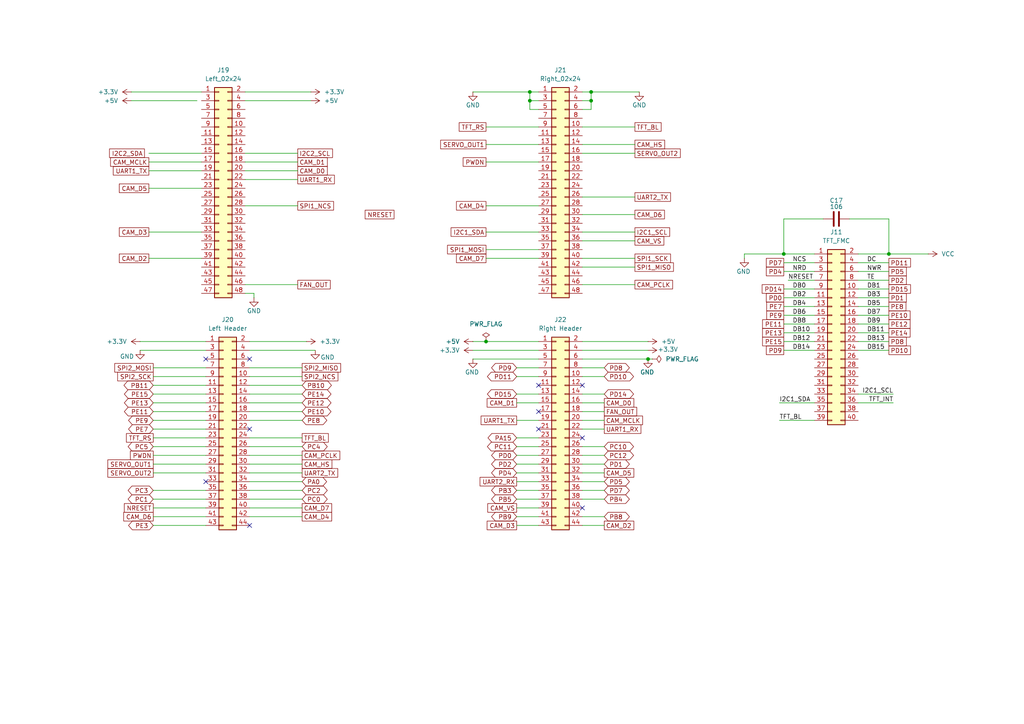
<source format=kicad_sch>
(kicad_sch (version 20250114) (generator "eeschema") (generator_version "9.0")
  (paper "A4")
  (lib_symbols
    (symbol "Connector_Generic:Conn_02x24_Odd_Even" (pin_names (offset 1.016) (hide yes))
      (property "Reference" "J" (at 1.27 30.48 0))
      (property "Value" "Conn_02x24_Odd_Even" (at 1.27 -33.02 0))
      (symbol "Conn_02x24_Odd_Even_1_1"
        (pin passive line (at -5.08 27.94 0) (length 3.81) (name "Pin_1") (number "1"))
        (pin passive line (at -5.08 25.4 0) (length 3.81) (name "Pin_3") (number "3"))
        (pin passive line (at -5.08 22.86 0) (length 3.81) (name "Pin_5") (number "5"))
        (pin passive line (at -5.08 20.32 0) (length 3.81) (name "Pin_7") (number "7"))
        (pin passive line (at -5.08 17.78 0) (length 3.81) (name "Pin_9") (number "9"))
        (pin passive line (at -5.08 15.24 0) (length 3.81) (name "Pin_11") (number "11"))
        (pin passive line (at -5.08 12.7 0) (length 3.81) (name "Pin_13") (number "13"))
        (pin passive line (at -5.08 10.16 0) (length 3.81) (name "Pin_15") (number "15"))
        (pin passive line (at -5.08 7.62 0) (length 3.81) (name "Pin_17") (number "17"))
        (pin passive line (at -5.08 5.08 0) (length 3.81) (name "Pin_19") (number "19"))
        (pin passive line (at -5.08 2.54 0) (length 3.81) (name "Pin_21") (number "21"))
        (pin passive line (at -5.08 0 0) (length 3.81) (name "Pin_23") (number "23"))
        (pin passive line (at -5.08 -2.54 0) (length 3.81) (name "Pin_25") (number "25"))
        (pin passive line (at -5.08 -5.08 0) (length 3.81) (name "Pin_27") (number "27"))
        (pin passive line (at -5.08 -7.62 0) (length 3.81) (name "Pin_29") (number "29"))
        (pin passive line (at -5.08 -10.16 0) (length 3.81) (name "Pin_31") (number "31"))
        (pin passive line (at -5.08 -12.7 0) (length 3.81) (name "Pin_33") (number "33"))
        (pin passive line (at -5.08 -15.24 0) (length 3.81) (name "Pin_35") (number "35"))
        (pin passive line (at -5.08 -17.78 0) (length 3.81) (name "Pin_37") (number "37"))
        (pin passive line (at -5.08 -20.32 0) (length 3.81) (name "Pin_39") (number "39"))
        (pin passive line (at -5.08 -22.86 0) (length 3.81) (name "Pin_41") (number "41"))
        (pin passive line (at -5.08 -25.4 0) (length 3.81) (name "Pin_43") (number "43"))
        (pin passive line (at -5.08 -27.94 0) (length 3.81) (name "Pin_45") (number "45"))
        (pin passive line (at -5.08 -30.48 0) (length 3.81) (name "Pin_47") (number "47"))
        (pin passive line (at 7.62 27.94 180) (length 3.81) (name "Pin_2") (number "2"))
        (pin passive line (at 7.62 25.4 180) (length 3.81) (name "Pin_4") (number "4"))
        (pin passive line (at 7.62 22.86 180) (length 3.81) (name "Pin_6") (number "6"))
        (pin passive line (at 7.62 20.32 180) (length 3.81) (name "Pin_8") (number "8"))
        (pin passive line (at 7.62 17.78 180) (length 3.81) (name "Pin_10") (number "10"))
        (pin passive line (at 7.62 15.24 180) (length 3.81) (name "Pin_12") (number "12"))
        (pin passive line (at 7.62 12.7 180) (length 3.81) (name "Pin_14") (number "14"))
        (pin passive line (at 7.62 10.16 180) (length 3.81) (name "Pin_16") (number "16"))
        (pin passive line (at 7.62 7.62 180) (length 3.81) (name "Pin_18") (number "18"))
        (pin passive line (at 7.62 5.08 180) (length 3.81) (name "Pin_20") (number "20"))
        (pin passive line (at 7.62 2.54 180) (length 3.81) (name "Pin_22") (number "22"))
        (pin passive line (at 7.62 0 180) (length 3.81) (name "Pin_24") (number "24"))
        (pin passive line (at 7.62 -2.54 180) (length 3.81) (name "Pin_26") (number "26"))
        (pin passive line (at 7.62 -5.08 180) (length 3.81) (name "Pin_28") (number "28"))
        (pin passive line (at 7.62 -7.62 180) (length 3.81) (name "Pin_30") (number "30"))
        (pin passive line (at 7.62 -10.16 180) (length 3.81) (name "Pin_32") (number "32"))
        (pin passive line (at 7.62 -12.7 180) (length 3.81) (name "Pin_34") (number "34"))
        (pin passive line (at 7.62 -15.24 180) (length 3.81) (name "Pin_36") (number "36"))
        (pin passive line (at 7.62 -17.78 180) (length 3.81) (name "Pin_38") (number "38"))
        (pin passive line (at 7.62 -20.32 180) (length 3.81) (name "Pin_40") (number "40"))
        (pin passive line (at 7.62 -22.86 180) (length 3.81) (name "Pin_42") (number "42"))
        (pin passive line (at 7.62 -25.4 180) (length 3.81) (name "Pin_44") (number "44"))
        (pin passive line (at 7.62 -27.94 180) (length 3.81) (name "Pin_46") (number "46"))
        (pin passive line (at 7.62 -30.48 180) (length 3.81) (name "Pin_48") (number "48"))
      )
    )
    (symbol "LM2676S-3.3_NOPB:+3.3V" (power) (pin_numbers (hide yes)) (pin_names (offset 0) (hide yes))
      (property "Value" "+3.3V" (at 0 3.556 0))
      (symbol "+3.3V_1_1"
        (pin power_in line (at 0 0 90) (length 0) (name "~") (number "1"))
      )
    )
    (symbol "LM2676S-3.3_NOPB:+5V" (power) (pin_numbers (hide yes)) (pin_names (offset 0) (hide yes))
      (property "Value" "+5V" (at 0 3.556 0))
      (symbol "+5V_1_1"
        (pin power_in line (at 0 0 90) (length 0) (name "~") (number "1"))
      )
    )
    (symbol "LM2676S-3.3_NOPB:C" (pin_numbers (hide yes)) (pin_names (offset 0.254))
      (property "Reference" "C" (at 0.635 2.54 0))
      (property "Value" "C" (at 0.635 -2.54 0))
      (symbol "C_1_1"
        (pin passive line (at 0 3.81 270) (length 2.794) (name "~") (number "1"))
        (pin passive line (at 0 -3.81 90) (length 2.794) (name "~") (number "2"))
      )
    )
    (symbol "LM2676S-3.3_NOPB:Conn_02x20_Odd_Even" (pin_names (offset 1.016) (hide yes))
      (property "Reference" "J" (at 1.27 25.4 0))
      (property "Value" "Conn_02x20_Odd_Even" (at 1.27 -27.94 0))
      (symbol "Conn_02x20_Odd_Even_1_1"
        (pin passive line (at -5.08 22.86 0) (length 3.81) (name "Pin_1") (number "1"))
        (pin passive line (at -5.08 20.32 0) (length 3.81) (name "Pin_3") (number "3"))
        (pin passive line (at -5.08 17.78 0) (length 3.81) (name "Pin_5") (number "5"))
        (pin passive line (at -5.08 15.24 0) (length 3.81) (name "Pin_7") (number "7"))
        (pin passive line (at -5.08 12.7 0) (length 3.81) (name "Pin_9") (number "9"))
        (pin passive line (at -5.08 10.16 0) (length 3.81) (name "Pin_11") (number "11"))
        (pin passive line (at -5.08 7.62 0) (length 3.81) (name "Pin_13") (number "13"))
        (pin passive line (at -5.08 5.08 0) (length 3.81) (name "Pin_15") (number "15"))
        (pin passive line (at -5.08 2.54 0) (length 3.81) (name "Pin_17") (number "17"))
        (pin passive line (at -5.08 0 0) (length 3.81) (name "Pin_19") (number "19"))
        (pin passive line (at -5.08 -2.54 0) (length 3.81) (name "Pin_21") (number "21"))
        (pin passive line (at -5.08 -5.08 0) (length 3.81) (name "Pin_23") (number "23"))
        (pin passive line (at -5.08 -7.62 0) (length 3.81) (name "Pin_25") (number "25"))
        (pin passive line (at -5.08 -10.16 0) (length 3.81) (name "Pin_27") (number "27"))
        (pin passive line (at -5.08 -12.7 0) (length 3.81) (name "Pin_29") (number "29"))
        (pin passive line (at -5.08 -15.24 0) (length 3.81) (name "Pin_31") (number "31"))
        (pin passive line (at -5.08 -17.78 0) (length 3.81) (name "Pin_33") (number "33"))
        (pin passive line (at -5.08 -20.32 0) (length 3.81) (name "Pin_35") (number "35"))
        (pin passive line (at -5.08 -22.86 0) (length 3.81) (name "Pin_37") (number "37"))
        (pin passive line (at -5.08 -25.4 0) (length 3.81) (name "Pin_39") (number "39"))
        (pin passive line (at 7.62 22.86 180) (length 3.81) (name "Pin_2") (number "2"))
        (pin passive line (at 7.62 20.32 180) (length 3.81) (name "Pin_4") (number "4"))
        (pin passive line (at 7.62 17.78 180) (length 3.81) (name "Pin_6") (number "6"))
        (pin passive line (at 7.62 15.24 180) (length 3.81) (name "Pin_8") (number "8"))
        (pin passive line (at 7.62 12.7 180) (length 3.81) (name "Pin_10") (number "10"))
        (pin passive line (at 7.62 10.16 180) (length 3.81) (name "Pin_12") (number "12"))
        (pin passive line (at 7.62 7.62 180) (length 3.81) (name "Pin_14") (number "14"))
        (pin passive line (at 7.62 5.08 180) (length 3.81) (name "Pin_16") (number "16"))
        (pin passive line (at 7.62 2.54 180) (length 3.81) (name "Pin_18") (number "18"))
        (pin passive line (at 7.62 0 180) (length 3.81) (name "Pin_20") (number "20"))
        (pin passive line (at 7.62 -2.54 180) (length 3.81) (name "Pin_22") (number "22"))
        (pin passive line (at 7.62 -5.08 180) (length 3.81) (name "Pin_24") (number "24"))
        (pin passive line (at 7.62 -7.62 180) (length 3.81) (name "Pin_26") (number "26"))
        (pin passive line (at 7.62 -10.16 180) (length 3.81) (name "Pin_28") (number "28"))
        (pin passive line (at 7.62 -12.7 180) (length 3.81) (name "Pin_30") (number "30"))
        (pin passive line (at 7.62 -15.24 180) (length 3.81) (name "Pin_32") (number "32"))
        (pin passive line (at 7.62 -17.78 180) (length 3.81) (name "Pin_34") (number "34"))
        (pin passive line (at 7.62 -20.32 180) (length 3.81) (name "Pin_36") (number "36"))
        (pin passive line (at 7.62 -22.86 180) (length 3.81) (name "Pin_38") (number "38"))
        (pin passive line (at 7.62 -25.4 180) (length 3.81) (name "Pin_40") (number "40"))
      )
    )
    (symbol "LM2676S-3.3_NOPB:Conn_02x22_Odd_Even" (pin_names (offset 1.016) (hide yes))
      (property "Reference" "J" (at 1.27 27.94 0))
      (property "Value" "Conn_02x22_Odd_Even" (at 1.27 -30.48 0))
      (symbol "Conn_02x22_Odd_Even_1_1"
        (pin passive line (at -5.08 25.4 0) (length 3.81) (name "Pin_1") (number "1"))
        (pin passive line (at -5.08 22.86 0) (length 3.81) (name "Pin_3") (number "3"))
        (pin passive line (at -5.08 20.32 0) (length 3.81) (name "Pin_5") (number "5"))
        (pin passive line (at -5.08 17.78 0) (length 3.81) (name "Pin_7") (number "7"))
        (pin passive line (at -5.08 15.24 0) (length 3.81) (name "Pin_9") (number "9"))
        (pin passive line (at -5.08 12.7 0) (length 3.81) (name "Pin_11") (number "11"))
        (pin passive line (at -5.08 10.16 0) (length 3.81) (name "Pin_13") (number "13"))
        (pin passive line (at -5.08 7.62 0) (length 3.81) (name "Pin_15") (number "15"))
        (pin passive line (at -5.08 5.08 0) (length 3.81) (name "Pin_17") (number "17"))
        (pin passive line (at -5.08 2.54 0) (length 3.81) (name "Pin_19") (number "19"))
        (pin passive line (at -5.08 0 0) (length 3.81) (name "Pin_21") (number "21"))
        (pin passive line (at -5.08 -2.54 0) (length 3.81) (name "Pin_23") (number "23"))
        (pin passive line (at -5.08 -5.08 0) (length 3.81) (name "Pin_25") (number "25"))
        (pin passive line (at -5.08 -7.62 0) (length 3.81) (name "Pin_27") (number "27"))
        (pin passive line (at -5.08 -10.16 0) (length 3.81) (name "Pin_29") (number "29"))
        (pin passive line (at -5.08 -12.7 0) (length 3.81) (name "Pin_31") (number "31"))
        (pin passive line (at -5.08 -15.24 0) (length 3.81) (name "Pin_33") (number "33"))
        (pin passive line (at -5.08 -17.78 0) (length 3.81) (name "Pin_35") (number "35"))
        (pin passive line (at -5.08 -20.32 0) (length 3.81) (name "Pin_37") (number "37"))
        (pin passive line (at -5.08 -22.86 0) (length 3.81) (name "Pin_39") (number "39"))
        (pin passive line (at -5.08 -25.4 0) (length 3.81) (name "Pin_41") (number "41"))
        (pin passive line (at -5.08 -27.94 0) (length 3.81) (name "Pin_43") (number "43"))
        (pin passive line (at 7.62 25.4 180) (length 3.81) (name "Pin_2") (number "2"))
        (pin passive line (at 7.62 22.86 180) (length 3.81) (name "Pin_4") (number "4"))
        (pin passive line (at 7.62 20.32 180) (length 3.81) (name "Pin_6") (number "6"))
        (pin passive line (at 7.62 17.78 180) (length 3.81) (name "Pin_8") (number "8"))
        (pin passive line (at 7.62 15.24 180) (length 3.81) (name "Pin_10") (number "10"))
        (pin passive line (at 7.62 12.7 180) (length 3.81) (name "Pin_12") (number "12"))
        (pin passive line (at 7.62 10.16 180) (length 3.81) (name "Pin_14") (number "14"))
        (pin passive line (at 7.62 7.62 180) (length 3.81) (name "Pin_16") (number "16"))
        (pin passive line (at 7.62 5.08 180) (length 3.81) (name "Pin_18") (number "18"))
        (pin passive line (at 7.62 2.54 180) (length 3.81) (name "Pin_20") (number "20"))
        (pin passive line (at 7.62 0 180) (length 3.81) (name "Pin_22") (number "22"))
        (pin passive line (at 7.62 -2.54 180) (length 3.81) (name "Pin_24") (number "24"))
        (pin passive line (at 7.62 -5.08 180) (length 3.81) (name "Pin_26") (number "26"))
        (pin passive line (at 7.62 -7.62 180) (length 3.81) (name "Pin_28") (number "28"))
        (pin passive line (at 7.62 -10.16 180) (length 3.81) (name "Pin_30") (number "30"))
        (pin passive line (at 7.62 -12.7 180) (length 3.81) (name "Pin_32") (number "32"))
        (pin passive line (at 7.62 -15.24 180) (length 3.81) (name "Pin_34") (number "34"))
        (pin passive line (at 7.62 -17.78 180) (length 3.81) (name "Pin_36") (number "36"))
        (pin passive line (at 7.62 -20.32 180) (length 3.81) (name "Pin_38") (number "38"))
        (pin passive line (at 7.62 -22.86 180) (length 3.81) (name "Pin_40") (number "40"))
        (pin passive line (at 7.62 -25.4 180) (length 3.81) (name "Pin_42") (number "42"))
        (pin passive line (at 7.62 -27.94 180) (length 3.81) (name "Pin_44") (number "44"))
      )
    )
    (symbol "LM2676S-3.3_NOPB:GND" (power) (pin_numbers (hide yes)) (pin_names (offset 0) (hide yes))
      (property "Value" "GND" (at 0 -3.81 0))
      (symbol "GND_1_1"
        (pin power_in line (at 0 0 270) (length 0) (name "~") (number "1"))
      )
    )
    (symbol "LM2676S-3.3_NOPB:PWR_FLAG" (power) (pin_numbers (hide yes)) (pin_names (offset 0) (hide yes))
      (property "Value" "PWR_FLAG" (at 0 3.81 0))
      (symbol "PWR_FLAG_0_0"
        (pin power_out line (at 0 0 90) (length 0) (name "~") (number "1"))
      )
    )
  )
  (junction (at 140.97 99.06))
  (junction (at 171.45 26.67))
  (junction (at 171.45 29.21))
  (junction (at 153.67 29.21))
  (junction (at 257.81 73.66))
  (junction (at 153.67 26.67))
  (junction (at 227.33 73.66))
  (junction (at 187.96 104.14))
  (no_connect (at 168.91 111.76))
  (no_connect (at 72.39 104.14))
  (no_connect (at 168.91 127))
  (no_connect (at 168.91 147.32))
  (no_connect (at 72.39 152.4))
  (no_connect (at 59.69 104.14))
  (no_connect (at 72.39 124.46))
  (no_connect (at 156.21 111.76))
  (no_connect (at 59.69 139.7))
  (no_connect (at 156.21 124.46))
  (no_connect (at 156.21 119.38))
  (wire (pts (xy 168.91 77.47) (xy 184.15 77.47)))
  (wire (pts (xy 227.33 63.5) (xy 227.33 73.66)))
  (wire (pts (xy 87.63 149.86) (xy 72.39 149.86)))
  (wire (pts (xy 156.21 109.22) (xy 149.86 109.22)))
  (wire (pts (xy 257.81 63.5) (xy 257.81 73.66)))
  (wire (pts (xy 187.96 99.06) (xy 168.91 99.06)))
  (wire (pts (xy 156.21 144.78) (xy 149.86 144.78)))
  (wire (pts (xy 59.69 137.16) (xy 44.45 137.16)))
  (wire (pts (xy 168.91 26.67) (xy 171.45 26.67)))
  (wire (pts (xy 140.97 67.31) (xy 156.21 67.31)))
  (wire (pts (xy 156.21 134.62) (xy 149.86 134.62)))
  (wire (pts (xy 153.67 26.67) (xy 137.16 26.67)))
  (wire (pts (xy 257.81 83.82) (xy 248.92 83.82)))
  (wire (pts (xy 168.91 74.93) (xy 184.15 74.93)))
  (wire (pts (xy 156.21 132.08) (xy 149.86 132.08)))
  (wire (pts (xy 59.69 124.46) (xy 44.45 124.46)))
  (wire (pts (xy 72.39 99.06) (xy 88.9 99.06)))
  (wire (pts (xy 156.21 36.83) (xy 140.97 36.83)))
  (wire (pts (xy 43.18 74.93) (xy 58.42 74.93)))
  (wire (pts (xy 248.92 114.3) (xy 259.08 114.3)))
  (wire (pts (xy 140.97 46.99) (xy 156.21 46.99)))
  (wire (pts (xy 71.12 46.99) (xy 86.36 46.99)))
  (wire (pts (xy 87.63 114.3) (xy 72.39 114.3)))
  (wire (pts (xy 228.6 81.28) (xy 236.22 81.28)))
  (wire (pts (xy 59.69 101.6) (xy 40.64 101.6)))
  (wire (pts (xy 87.63 121.92) (xy 72.39 121.92)))
  (wire (pts (xy 140.97 74.93) (xy 156.21 74.93)))
  (wire (pts (xy 140.97 99.06) (xy 137.16 99.06)))
  (wire (pts (xy 175.26 119.38) (xy 168.91 119.38)))
  (wire (pts (xy 236.22 86.36) (xy 227.33 86.36)))
  (wire (pts (xy 171.45 31.75) (xy 168.91 31.75)))
  (wire (pts (xy 156.21 106.68) (xy 149.86 106.68)))
  (wire (pts (xy 175.26 139.7) (xy 168.91 139.7)))
  (wire (pts (xy 59.69 152.4) (xy 44.45 152.4)))
  (wire (pts (xy 87.63 129.54) (xy 72.39 129.54)))
  (wire (pts (xy 175.26 116.84) (xy 168.91 116.84)))
  (wire (pts (xy 187.96 104.14) (xy 189.23 104.14)))
  (wire (pts (xy 257.81 86.36) (xy 248.92 86.36)))
  (wire (pts (xy 175.26 152.4) (xy 168.91 152.4)))
  (wire (pts (xy 175.26 124.46) (xy 168.91 124.46)))
  (wire (pts (xy 71.12 85.09) (xy 73.66 85.09)))
  (wire (pts (xy 153.67 31.75) (xy 153.67 29.21)))
  (wire (pts (xy 73.66 85.09) (xy 73.66 86.36)))
  (wire (pts (xy 43.18 46.99) (xy 58.42 46.99)))
  (wire (pts (xy 87.63 116.84) (xy 72.39 116.84)))
  (wire (pts (xy 248.92 73.66) (xy 257.81 73.66)))
  (wire (pts (xy 168.91 82.55) (xy 184.15 82.55)))
  (wire (pts (xy 257.81 88.9) (xy 248.92 88.9)))
  (wire (pts (xy 43.18 54.61) (xy 58.42 54.61)))
  (wire (pts (xy 156.21 129.54) (xy 149.86 129.54)))
  (wire (pts (xy 175.26 129.54) (xy 168.91 129.54)))
  (wire (pts (xy 87.63 109.22) (xy 72.39 109.22)))
  (wire (pts (xy 156.21 147.32) (xy 149.86 147.32)))
  (wire (pts (xy 156.21 121.92) (xy 149.86 121.92)))
  (wire (pts (xy 236.22 101.6) (xy 227.33 101.6)))
  (wire (pts (xy 59.69 111.76) (xy 44.45 111.76)))
  (wire (pts (xy 156.21 127) (xy 149.86 127)))
  (wire (pts (xy 226.06 116.84) (xy 236.22 116.84)))
  (wire (pts (xy 43.18 67.31) (xy 58.42 67.31)))
  (wire (pts (xy 59.69 129.54) (xy 44.45 129.54)))
  (wire (pts (xy 257.81 78.74) (xy 248.92 78.74)))
  (wire (pts (xy 87.63 137.16) (xy 72.39 137.16)))
  (wire (pts (xy 59.69 116.84) (xy 44.45 116.84)))
  (wire (pts (xy 59.69 121.92) (xy 44.45 121.92)))
  (wire (pts (xy 156.21 31.75) (xy 153.67 31.75)))
  (wire (pts (xy 153.67 29.21) (xy 156.21 29.21)))
  (wire (pts (xy 59.69 106.68) (xy 44.45 106.68)))
  (wire (pts (xy 246.38 63.5) (xy 257.81 63.5)))
  (wire (pts (xy 59.69 132.08) (xy 44.45 132.08)))
  (wire (pts (xy 156.21 114.3) (xy 149.86 114.3)))
  (wire (pts (xy 257.81 99.06) (xy 248.92 99.06)))
  (wire (pts (xy 156.21 149.86) (xy 149.86 149.86)))
  (wire (pts (xy 175.26 144.78) (xy 168.91 144.78)))
  (wire (pts (xy 175.26 149.86) (xy 168.91 149.86)))
  (wire (pts (xy 168.91 101.6) (xy 187.96 101.6)))
  (wire (pts (xy 171.45 29.21) (xy 171.45 26.67)))
  (wire (pts (xy 59.69 147.32) (xy 44.45 147.32)))
  (wire (pts (xy 156.21 142.24) (xy 149.86 142.24)))
  (wire (pts (xy 71.12 44.45) (xy 86.36 44.45)))
  (wire (pts (xy 156.21 99.06) (xy 140.97 99.06)))
  (wire (pts (xy 257.81 91.44) (xy 248.92 91.44)))
  (wire (pts (xy 71.12 59.69) (xy 86.36 59.69)))
  (wire (pts (xy 175.26 134.62) (xy 168.91 134.62)))
  (wire (pts (xy 87.63 142.24) (xy 72.39 142.24)))
  (wire (pts (xy 184.15 44.45) (xy 168.91 44.45)))
  (wire (pts (xy 236.22 99.06) (xy 227.33 99.06)))
  (wire (pts (xy 59.69 149.86) (xy 44.45 149.86)))
  (wire (pts (xy 168.91 62.23) (xy 184.15 62.23)))
  (wire (pts (xy 59.69 127) (xy 44.45 127)))
  (wire (pts (xy 153.67 29.21) (xy 153.67 26.67)))
  (wire (pts (xy 59.69 119.38) (xy 44.45 119.38)))
  (wire (pts (xy 168.91 67.31) (xy 184.15 67.31)))
  (wire (pts (xy 168.91 57.15) (xy 184.15 57.15)))
  (wire (pts (xy 87.63 111.76) (xy 72.39 111.76)))
  (wire (pts (xy 257.81 101.6) (xy 248.92 101.6)))
  (wire (pts (xy 156.21 41.91) (xy 140.97 41.91)))
  (wire (pts (xy 91.44 101.6) (xy 72.39 101.6)))
  (wire (pts (xy 236.22 121.92) (xy 226.06 121.92)))
  (wire (pts (xy 236.22 83.82) (xy 227.33 83.82)))
  (wire (pts (xy 90.17 29.21) (xy 71.12 29.21)))
  (wire (pts (xy 184.15 36.83) (xy 168.91 36.83)))
  (wire (pts (xy 171.45 26.67) (xy 185.42 26.67)))
  (wire (pts (xy 59.69 142.24) (xy 44.45 142.24)))
  (wire (pts (xy 58.42 26.67) (xy 38.1 26.67)))
  (wire (pts (xy 87.63 132.08) (xy 72.39 132.08)))
  (wire (pts (xy 140.97 72.39) (xy 156.21 72.39)))
  (wire (pts (xy 184.15 41.91) (xy 168.91 41.91)))
  (wire (pts (xy 175.26 106.68) (xy 168.91 106.68)))
  (wire (pts (xy 257.81 81.28) (xy 248.92 81.28)))
  (wire (pts (xy 71.12 82.55) (xy 86.36 82.55)))
  (wire (pts (xy 238.76 63.5) (xy 227.33 63.5)))
  (wire (pts (xy 43.18 49.53) (xy 58.42 49.53)))
  (wire (pts (xy 87.63 139.7) (xy 72.39 139.7)))
  (wire (pts (xy 87.63 134.62) (xy 72.39 134.62)))
  (wire (pts (xy 175.26 132.08) (xy 168.91 132.08)))
  (wire (pts (xy 59.69 109.22) (xy 44.45 109.22)))
  (wire (pts (xy 59.69 144.78) (xy 44.45 144.78)))
  (wire (pts (xy 59.69 99.06) (xy 40.64 99.06)))
  (wire (pts (xy 71.12 26.67) (xy 90.17 26.67)))
  (wire (pts (xy 43.18 44.45) (xy 58.42 44.45)))
  (wire (pts (xy 156.21 152.4) (xy 149.86 152.4)))
  (wire (pts (xy 257.81 76.2) (xy 248.92 76.2)))
  (wire (pts (xy 215.9 73.66) (xy 227.33 73.66)))
  (wire (pts (xy 236.22 96.52) (xy 227.33 96.52)))
  (wire (pts (xy 175.26 121.92) (xy 168.91 121.92)))
  (wire (pts (xy 248.92 116.84) (xy 259.08 116.84)))
  (wire (pts (xy 171.45 31.75) (xy 171.45 29.21)))
  (wire (pts (xy 175.26 142.24) (xy 168.91 142.24)))
  (wire (pts (xy 257.81 73.66) (xy 269.24 73.66)))
  (wire (pts (xy 87.63 106.68) (xy 72.39 106.68)))
  (wire (pts (xy 71.12 49.53) (xy 86.36 49.53)))
  (wire (pts (xy 87.63 127) (xy 72.39 127)))
  (wire (pts (xy 156.21 101.6) (xy 137.16 101.6)))
  (wire (pts (xy 87.63 119.38) (xy 72.39 119.38)))
  (wire (pts (xy 227.33 73.66) (xy 236.22 73.66)))
  (wire (pts (xy 236.22 88.9) (xy 227.33 88.9)))
  (wire (pts (xy 168.91 29.21) (xy 171.45 29.21)))
  (wire (pts (xy 236.22 78.74) (xy 227.33 78.74)))
  (wire (pts (xy 156.21 26.67) (xy 153.67 26.67)))
  (wire (pts (xy 59.69 134.62) (xy 44.45 134.62)))
  (wire (pts (xy 71.12 52.07) (xy 86.36 52.07)))
  (wire (pts (xy 236.22 76.2) (xy 227.33 76.2)))
  (wire (pts (xy 175.26 109.22) (xy 168.91 109.22)))
  (wire (pts (xy 156.21 137.16) (xy 149.86 137.16)))
  (wire (pts (xy 168.91 69.85) (xy 184.15 69.85)))
  (wire (pts (xy 236.22 91.44) (xy 227.33 91.44)))
  (wire (pts (xy 156.21 116.84) (xy 149.86 116.84)))
  (wire (pts (xy 87.63 147.32) (xy 72.39 147.32)))
  (wire (pts (xy 236.22 93.98) (xy 227.33 93.98)))
  (wire (pts (xy 215.9 74.93) (xy 215.9 73.66)))
  (wire (pts (xy 257.81 93.98) (xy 248.92 93.98)))
  (wire (pts (xy 57.15 29.21) (xy 38.1 29.21)))
  (wire (pts (xy 168.91 104.14) (xy 187.96 104.14)))
  (wire (pts (xy 257.81 96.52) (xy 248.92 96.52)))
  (wire (pts (xy 175.26 114.3) (xy 168.91 114.3)))
  (wire (pts (xy 140.97 59.69) (xy 156.21 59.69)))
  (wire (pts (xy 59.69 114.3) (xy 44.45 114.3)))
  (wire (pts (xy 137.16 104.14) (xy 156.21 104.14)))
  (wire (pts (xy 87.63 144.78) (xy 72.39 144.78)))
  (wire (pts (xy 156.21 139.7) (xy 149.86 139.7)))
  (wire (pts (xy 175.26 137.16) (xy 168.91 137.16)))
  (label "I2C1_SCL" (at 259.08 114.3 180))
  (label "NRESET" (at 228.6 81.28 0))
  (label "TFT_INT" (at 259.08 116.84 180))
  (label "DB5" (at 251.46 88.9 0))
  (label "DB2" (at 229.87 86.36 0))
  (label "DB13" (at 251.46 99.06 0))
  (label "DB8" (at 229.87 93.98 0))
  (label "NRD" (at 229.87 78.74 0))
  (label "TE" (at 251.46 81.28 0))
  (label "DB11" (at 251.46 96.52 0))
  (label "TFT_BL" (at 226.06 121.92 0))
  (label "DB6" (at 229.87 91.44 0))
  (label "NCS" (at 229.87 76.2 0))
  (label "DB0" (at 229.87 83.82 0))
  (label "DB12" (at 229.87 99.06 0))
  (label "DB3" (at 251.46 86.36 0))
  (label "DB15" (at 251.46 101.6 0))
  (label "I2C1_SDA" (at 226.06 116.84 0))
  (label "DB4" (at 229.87 88.9 0))
  (label "DB9" (at 251.46 93.98 0))
  (label "DB1" (at 251.46 83.82 0))
  (label "NWR" (at 251.46 78.74 0))
  (label "DC" (at 251.46 76.2 0))
  (label "DB14" (at 229.87 101.6 0))
  (label "DB7" (at 251.46 91.44 0))
  (label "DB10" (at 229.87 96.52 0))
  (global_label "CAM_D5" (shape passive) (at 175.26 137.16 0) (property "Intersheetrefs" "${INTERSHEET_REFS}" (effects (hide yes))))
  (global_label "PD8" (shape passive) (at 257.81 99.06 0) (property "Intersheetrefs" "${INTERSHEET_REFS}" (effects (hide yes))))
  (global_label "SERVO_OUT2" (shape passive) (at 184.15 44.45 0) (property "Intersheetrefs" "${INTERSHEET_REFS}" (effects (hide yes))))
  (global_label "CAM_D6" (shape passive) (at 44.45 149.86 180) (property "Intersheetrefs" "${INTERSHEET_REFS}" (effects (hide yes))))
  (global_label "PE10" (shape passive) (at 257.81 91.44 0) (property "Intersheetrefs" "${INTERSHEET_REFS}" (effects (hide yes))))
  (global_label "CAM_D4" (shape passive) (at 140.97 59.69 180) (property "Intersheetrefs" "${INTERSHEET_REFS}" (effects (hide yes))))
  (global_label "UART2_TX" (shape passive) (at 184.15 57.15 0) (property "Intersheetrefs" "${INTERSHEET_REFS}" (effects (hide yes))))
  (global_label "PE9" (shape passive) (at 227.33 91.44 180) (property "Intersheetrefs" "${INTERSHEET_REFS}" (effects (hide yes))))
  (global_label "PC11" (shape bidirectional) (at 149.86 129.54 180) (property "Intersheetrefs" "${INTERSHEET_REFS}" (effects (hide yes))))
  (global_label "PE11" (shape passive) (at 227.33 93.98 180) (property "Intersheetrefs" "${INTERSHEET_REFS}" (effects (hide yes))))
  (global_label "PE15" (shape passive) (at 227.33 99.06 180) (property "Intersheetrefs" "${INTERSHEET_REFS}" (effects (hide yes))))
  (global_label "PE12" (shape passive) (at 257.81 93.98 0) (property "Intersheetrefs" "${INTERSHEET_REFS}" (effects (hide yes))))
  (global_label "I2C2_SCL" (shape passive) (at 86.36 44.45 0) (property "Intersheetrefs" "${INTERSHEET_REFS}" (effects (hide yes))))
  (global_label "CAM_D2" (shape passive) (at 43.18 74.93 180) (property "Intersheetrefs" "${INTERSHEET_REFS}" (effects (hide yes))))
  (global_label "UART1_TX" (shape passive) (at 149.86 121.92 180) (property "Intersheetrefs" "${INTERSHEET_REFS}" (effects (hide yes))))
  (global_label "PC12" (shape bidirectional) (at 175.26 132.08 0) (property "Intersheetrefs" "${INTERSHEET_REFS}" (effects (hide yes))))
  (global_label "SPI2_MOSI" (shape passive) (at 44.45 106.68 180) (property "Intersheetrefs" "${INTERSHEET_REFS}" (effects (hide yes))))
  (global_label "TFT_RS" (shape passive) (at 140.97 36.83 180) (property "Intersheetrefs" "${INTERSHEET_REFS}" (effects (hide yes))))
  (global_label "TFT_BL" (shape passive) (at 87.63 127 0) (property "Intersheetrefs" "${INTERSHEET_REFS}" (effects (hide yes))))
  (global_label "SERVO_OUT1" (shape passive) (at 44.45 134.62 180) (property "Intersheetrefs" "${INTERSHEET_REFS}" (effects (hide yes))))
  (global_label "PB8" (shape bidirectional) (at 175.26 149.86 0) (property "Intersheetrefs" "${INTERSHEET_REFS}" (effects (hide yes))))
  (global_label "UART1_RX" (shape passive) (at 86.36 52.07 0) (property "Intersheetrefs" "${INTERSHEET_REFS}" (effects (hide yes))))
  (global_label "NRESET" (shape passive) (at 44.45 147.32 180) (property "Intersheetrefs" "${INTERSHEET_REFS}" (effects (hide yes))))
  (global_label "SPI1_NCS" (shape passive) (at 86.36 59.69 0) (property "Intersheetrefs" "${INTERSHEET_REFS}" (effects (hide yes))))
  (global_label "PE9" (shape bidirectional) (at 44.45 121.92 180) (property "Intersheetrefs" "${INTERSHEET_REFS}" (effects (hide yes))))
  (global_label "PB3" (shape bidirectional) (at 149.86 142.24 180) (property "Intersheetrefs" "${INTERSHEET_REFS}" (effects (hide yes))))
  (global_label "PB11" (shape bidirectional) (at 44.45 111.76 180) (property "Intersheetrefs" "${INTERSHEET_REFS}" (effects (hide yes))))
  (global_label "PD11" (shape passive) (at 257.81 76.2 0) (property "Intersheetrefs" "${INTERSHEET_REFS}" (effects (hide yes))))
  (global_label "PE10" (shape bidirectional) (at 87.63 119.38 0) (property "Intersheetrefs" "${INTERSHEET_REFS}" (effects (hide yes))))
  (global_label "SPI2_SCK" (shape passive) (at 44.45 109.22 180) (property "Intersheetrefs" "${INTERSHEET_REFS}" (effects (hide yes))))
  (global_label "PD7" (shape bidirectional) (at 175.26 142.24 0) (property "Intersheetrefs" "${INTERSHEET_REFS}" (effects (hide yes))))
  (global_label "PC0" (shape bidirectional) (at 87.63 144.78 0) (property "Intersheetrefs" "${INTERSHEET_REFS}" (effects (hide yes))))
  (global_label "CAM_PCLK" (shape passive) (at 184.15 82.55 0) (property "Intersheetrefs" "${INTERSHEET_REFS}" (effects (hide yes))))
  (global_label "PD14" (shape bidirectional) (at 175.26 114.3 0) (property "Intersheetrefs" "${INTERSHEET_REFS}" (effects (hide yes))))
  (global_label "PD2" (shape bidirectional) (at 149.86 134.62 180) (property "Intersheetrefs" "${INTERSHEET_REFS}" (effects (hide yes))))
  (global_label "PE11" (shape bidirectional) (at 44.45 119.38 180) (property "Intersheetrefs" "${INTERSHEET_REFS}" (effects (hide yes))))
  (global_label "FAN_OUT" (shape passive) (at 86.36 82.55 0) (property "Intersheetrefs" "${INTERSHEET_REFS}" (effects (hide yes))))
  (global_label "CAM_VS" (shape passive) (at 184.15 69.85 0) (property "Intersheetrefs" "${INTERSHEET_REFS}" (effects (hide yes))))
  (global_label "PD0" (shape bidirectional) (at 149.86 132.08 180) (property "Intersheetrefs" "${INTERSHEET_REFS}" (effects (hide yes))))
  (global_label "CAM_D3" (shape passive) (at 43.18 67.31 180) (property "Intersheetrefs" "${INTERSHEET_REFS}" (effects (hide yes))))
  (global_label "CAM_D0" (shape passive) (at 175.26 116.84 0) (property "Intersheetrefs" "${INTERSHEET_REFS}" (effects (hide yes))))
  (global_label "CAM_MCLK" (shape passive) (at 43.18 46.99 180) (property "Intersheetrefs" "${INTERSHEET_REFS}" (effects (hide yes))))
  (global_label "CAM_HS" (shape passive) (at 184.15 41.91 0) (property "Intersheetrefs" "${INTERSHEET_REFS}" (effects (hide yes))))
  (global_label "CAM_HS" (shape passive) (at 87.63 134.62 0) (property "Intersheetrefs" "${INTERSHEET_REFS}" (effects (hide yes))))
  (global_label "PD11" (shape bidirectional) (at 149.86 109.22 180) (property "Intersheetrefs" "${INTERSHEET_REFS}" (effects (hide yes))))
  (global_label "PD8" (shape bidirectional) (at 175.26 106.68 0) (property "Intersheetrefs" "${INTERSHEET_REFS}" (effects (hide yes))))
  (global_label "PB10" (shape bidirectional) (at 87.63 111.76 0) (property "Intersheetrefs" "${INTERSHEET_REFS}" (effects (hide yes))))
  (global_label "SPI2_MISO" (shape passive) (at 87.63 106.68 0) (property "Intersheetrefs" "${INTERSHEET_REFS}" (effects (hide yes))))
  (global_label "PD0" (shape passive) (at 227.33 86.36 180) (property "Intersheetrefs" "${INTERSHEET_REFS}" (effects (hide yes))))
  (global_label "PE15" (shape bidirectional) (at 44.45 114.3 180) (property "Intersheetrefs" "${INTERSHEET_REFS}" (effects (hide yes))))
  (global_label "PD14" (shape passive) (at 227.33 83.82 180) (property "Intersheetrefs" "${INTERSHEET_REFS}" (effects (hide yes))))
  (global_label "PC1" (shape bidirectional) (at 44.45 144.78 180) (property "Intersheetrefs" "${INTERSHEET_REFS}" (effects (hide yes))))
  (global_label "TFT_BL" (shape passive) (at 184.15 36.83 0) (property "Intersheetrefs" "${INTERSHEET_REFS}" (effects (hide yes))))
  (global_label "I2C2_SDA" (shape passive) (at 41.91 44.45 180) (property "Intersheetrefs" "${INTERSHEET_REFS}" (effects (hide yes))))
  (global_label "PD4" (shape bidirectional) (at 149.86 137.16 180) (property "Intersheetrefs" "${INTERSHEET_REFS}" (effects (hide yes))))
  (global_label "UART2_TX" (shape passive) (at 87.63 137.16 0) (property "Intersheetrefs" "${INTERSHEET_REFS}" (effects (hide yes))))
  (global_label "TFT_RS" (shape passive) (at 44.45 127 180) (property "Intersheetrefs" "${INTERSHEET_REFS}" (effects (hide yes))))
  (global_label "PD1" (shape passive) (at 257.81 86.36 0) (property "Intersheetrefs" "${INTERSHEET_REFS}" (effects (hide yes))))
  (global_label "PE3" (shape bidirectional) (at 44.45 152.4 180) (property "Intersheetrefs" "${INTERSHEET_REFS}" (effects (hide yes))))
  (global_label "PD10" (shape passive) (at 257.81 101.6 0) (property "Intersheetrefs" "${INTERSHEET_REFS}" (effects (hide yes))))
  (global_label "PE13" (shape bidirectional) (at 44.45 116.84 180) (property "Intersheetrefs" "${INTERSHEET_REFS}" (effects (hide yes))))
  (global_label "PE13" (shape passive) (at 227.33 96.52 180) (property "Intersheetrefs" "${INTERSHEET_REFS}" (effects (hide yes))))
  (global_label "UART1_RX" (shape passive) (at 175.26 124.46 0) (property "Intersheetrefs" "${INTERSHEET_REFS}" (effects (hide yes))))
  (global_label "NRESET" (shape passive) (at 114.3 62.23 180) (property "Intersheetrefs" "${INTERSHEET_REFS}" (effects (hide yes))))
  (global_label "PD15" (shape bidirectional) (at 149.86 114.3 180) (property "Intersheetrefs" "${INTERSHEET_REFS}" (effects (hide yes))))
  (global_label "PE8" (shape passive) (at 257.81 88.9 0) (property "Intersheetrefs" "${INTERSHEET_REFS}" (effects (hide yes))))
  (global_label "SERVO_OUT1" (shape passive) (at 140.97 41.91 180) (property "Intersheetrefs" "${INTERSHEET_REFS}" (effects (hide yes))))
  (global_label "CAM_D2" (shape passive) (at 175.26 152.4 0) (property "Intersheetrefs" "${INTERSHEET_REFS}" (effects (hide yes))))
  (global_label "SPI1_SCK" (shape passive) (at 184.15 74.93 0) (property "Intersheetrefs" "${INTERSHEET_REFS}" (effects (hide yes))))
  (global_label "SERVO_OUT2" (shape passive) (at 44.45 137.16 180) (property "Intersheetrefs" "${INTERSHEET_REFS}" (effects (hide yes))))
  (global_label "PE7" (shape bidirectional) (at 44.45 124.46 180) (property "Intersheetrefs" "${INTERSHEET_REFS}" (effects (hide yes))))
  (global_label "CAM_PCLK" (shape passive) (at 87.63 132.08 0) (property "Intersheetrefs" "${INTERSHEET_REFS}" (effects (hide yes))))
  (global_label "SPI1_MOSI" (shape passive) (at 140.97 72.39 180) (property "Intersheetrefs" "${INTERSHEET_REFS}" (effects (hide yes))))
  (global_label "PD15" (shape passive) (at 257.81 83.82 0) (property "Intersheetrefs" "${INTERSHEET_REFS}" (effects (hide yes))))
  (global_label "PD9" (shape bidirectional) (at 149.86 106.68 180) (property "Intersheetrefs" "${INTERSHEET_REFS}" (effects (hide yes))))
  (global_label "PE8" (shape bidirectional) (at 87.63 121.92 0) (property "Intersheetrefs" "${INTERSHEET_REFS}" (effects (hide yes))))
  (global_label "PD2" (shape passive) (at 257.81 81.28 0) (property "Intersheetrefs" "${INTERSHEET_REFS}" (effects (hide yes))))
  (global_label "SPI2_NCS" (shape passive) (at 87.63 109.22 0) (property "Intersheetrefs" "${INTERSHEET_REFS}" (effects (hide yes))))
  (global_label "CAM_D3" (shape passive) (at 149.86 152.4 180) (property "Intersheetrefs" "${INTERSHEET_REFS}" (effects (hide yes))))
  (global_label "PD7" (shape passive) (at 227.33 76.2 180) (property "Intersheetrefs" "${INTERSHEET_REFS}" (effects (hide yes))))
  (global_label "PD1" (shape bidirectional) (at 175.26 134.62 0) (property "Intersheetrefs" "${INTERSHEET_REFS}" (effects (hide yes))))
  (global_label "PB4" (shape bidirectional) (at 175.26 144.78 0) (property "Intersheetrefs" "${INTERSHEET_REFS}" (effects (hide yes))))
  (global_label "CAM_D5" (shape passive) (at 43.18 54.61 180) (property "Intersheetrefs" "${INTERSHEET_REFS}" (effects (hide yes))))
  (global_label "PE12" (shape bidirectional) (at 87.63 116.84 0) (property "Intersheetrefs" "${INTERSHEET_REFS}" (effects (hide yes))))
  (global_label "CAM_D7" (shape passive) (at 87.63 147.32 0) (property "Intersheetrefs" "${INTERSHEET_REFS}" (effects (hide yes))))
  (global_label "PC10" (shape bidirectional) (at 175.26 129.54 0) (property "Intersheetrefs" "${INTERSHEET_REFS}" (effects (hide yes))))
  (global_label "PWDN" (shape passive) (at 140.97 46.99 180) (property "Intersheetrefs" "${INTERSHEET_REFS}" (effects (hide yes))))
  (global_label "CAM_D6" (shape passive) (at 184.15 62.23 0) (property "Intersheetrefs" "${INTERSHEET_REFS}" (effects (hide yes))))
  (global_label "PC4" (shape bidirectional) (at 87.63 129.54 0) (property "Intersheetrefs" "${INTERSHEET_REFS}" (effects (hide yes))))
  (global_label "PC2" (shape bidirectional) (at 87.63 142.24 0) (property "Intersheetrefs" "${INTERSHEET_REFS}" (effects (hide yes))))
  (global_label "CAM_D4" (shape passive) (at 87.63 149.86 0) (property "Intersheetrefs" "${INTERSHEET_REFS}" (effects (hide yes))))
  (global_label "PB9" (shape bidirectional) (at 149.86 149.86 180) (property "Intersheetrefs" "${INTERSHEET_REFS}" (effects (hide yes))))
  (global_label "FAN_OUT" (shape passive) (at 175.26 119.38 0) (property "Intersheetrefs" "${INTERSHEET_REFS}" (effects (hide yes))))
  (global_label "CAM_VS" (shape passive) (at 149.86 147.32 180) (property "Intersheetrefs" "${INTERSHEET_REFS}" (effects (hide yes))))
  (global_label "PD9" (shape passive) (at 227.33 101.6 180) (property "Intersheetrefs" "${INTERSHEET_REFS}" (effects (hide yes))))
  (global_label "PE7" (shape passive) (at 227.33 88.9 180) (property "Intersheetrefs" "${INTERSHEET_REFS}" (effects (hide yes))))
  (global_label "CAM_D1" (shape passive) (at 86.36 46.99 0) (property "Intersheetrefs" "${INTERSHEET_REFS}" (effects (hide yes))))
  (global_label "PWDN" (shape passive) (at 44.45 132.08 180) (property "Intersheetrefs" "${INTERSHEET_REFS}" (effects (hide yes))))
  (global_label "PC5" (shape bidirectional) (at 44.45 129.54 180) (property "Intersheetrefs" "${INTERSHEET_REFS}" (effects (hide yes))))
  (global_label "PD5" (shape passive) (at 257.81 78.74 0) (property "Intersheetrefs" "${INTERSHEET_REFS}" (effects (hide yes))))
  (global_label "SPI1_MISO" (shape passive) (at 184.15 77.47 0) (property "Intersheetrefs" "${INTERSHEET_REFS}" (effects (hide yes))))
  (global_label "I2C1_SCL" (shape passive) (at 184.15 67.31 0) (property "Intersheetrefs" "${INTERSHEET_REFS}" (effects (hide yes))))
  (global_label "CAM_MCLK" (shape passive) (at 175.26 121.92 0) (property "Intersheetrefs" "${INTERSHEET_REFS}" (effects (hide yes))))
  (global_label "PD5" (shape bidirectional) (at 175.26 139.7 0) (property "Intersheetrefs" "${INTERSHEET_REFS}" (effects (hide yes))))
  (global_label "PE14" (shape bidirectional) (at 87.63 114.3 0) (property "Intersheetrefs" "${INTERSHEET_REFS}" (effects (hide yes))))
  (global_label "PC3" (shape bidirectional) (at 44.45 142.24 180) (property "Intersheetrefs" "${INTERSHEET_REFS}" (effects (hide yes))))
  (global_label "PB5" (shape bidirectional) (at 149.86 144.78 180) (property "Intersheetrefs" "${INTERSHEET_REFS}" (effects (hide yes))))
  (global_label "PD10" (shape bidirectional) (at 175.26 109.22 0) (property "Intersheetrefs" "${INTERSHEET_REFS}" (effects (hide yes))))
  (global_label "PA0" (shape bidirectional) (at 87.63 139.7 0) (property "Intersheetrefs" "${INTERSHEET_REFS}" (effects (hide yes))))
  (global_label "CAM_D7" (shape passive) (at 140.97 74.93 180) (property "Intersheetrefs" "${INTERSHEET_REFS}" (effects (hide yes))))
  (global_label "PE14" (shape passive) (at 257.81 96.52 0) (property "Intersheetrefs" "${INTERSHEET_REFS}" (effects (hide yes))))
  (global_label "CAM_D0" (shape passive) (at 86.36 49.53 0) (property "Intersheetrefs" "${INTERSHEET_REFS}" (effects (hide yes))))
  (global_label "UART1_TX" (shape passive) (at 43.18 49.53 180) (property "Intersheetrefs" "${INTERSHEET_REFS}" (effects (hide yes))))
  (global_label "I2C1_SDA" (shape passive) (at 140.97 67.31 180) (property "Intersheetrefs" "${INTERSHEET_REFS}" (effects (hide yes))))
  (global_label "CAM_D1" (shape passive) (at 149.86 116.84 180) (property "Intersheetrefs" "${INTERSHEET_REFS}" (effects (hide yes))))
  (global_label "PA15" (shape bidirectional) (at 149.86 127 180) (property "Intersheetrefs" "${INTERSHEET_REFS}" (effects (hide yes))))
  (global_label "UART2_RX" (shape passive) (at 149.86 139.7 180) (property "Intersheetrefs" "${INTERSHEET_REFS}" (effects (hide yes))))
  (global_label "PD4" (shape passive) (at 227.33 78.74 180) (property "Intersheetrefs" "${INTERSHEET_REFS}" (effects (hide yes))))
  (symbol (lib_id "LM2676S-3.3_NOPB:Conn_02x20_Odd_Even") (at 241.3 96.52 0) (unit 1)
    (property "Reference" "J11" (at 242.57 67.31 0))
    (property "Value" "TFT_FMC" (at 242.57 69.85 0))
    (property "Footprint" "Connector_PinHeader_2.54mm:PinHeader_2x20_P2.54mm_Vertical" (effects (hide yes)))
    (property "Description" "Generic connector, double row, 02x20, odd/even pin numbering scheme (row 1 odd numbers, row 2 even numbers), script generated (kicad-library-utils/schlib/autogen/connector/)" (effects (hide yes)))
  )
  (symbol (lib_id "LM2676S-3.3_NOPB:+5V") (at 187.96 99.06 270) (unit 1)
    (property "Reference" "#PWR096" (effects (hide yes)))
    (property "Value" "+5V" (at 191.77 99.0599 90) (effects (justify left)))
    (property "Description" "Power symbol creates a global label with name \"+5V\"" (effects (hide yes)))
  )
  (symbol (lib_id "LM2676S-3.3_NOPB:Conn_02x22_Odd_Even") (at 161.29 124.46 0) (unit 1)
    (property "Reference" "J22" (at 162.56 92.71 0))
    (property "Value" "Right Header" (at 162.56 95.25 0))
    (property "Footprint" "Connector_PinHeader_2.54mm:PinHeader_2x22_P2.54mm_Vertical" (effects (hide yes)))
    (property "Description" "Generic connector, double row, 02x22, odd/even pin numbering scheme (row 1 odd numbers, row 2 even numbers), script generated (kicad-library-utils/schlib/autogen/connector/)" (effects (hide yes)))
  )
  (symbol (lib_id "LM2676S-3.3_NOPB:GND") (at 40.64 101.6 0) (unit 1)
    (property "Reference" "#PWR090" (effects (hide yes)))
    (property "Value" "GND" (at 36.83 103.378 0))
    (property "Description" "Power symbol creates a global label with name \"GND\" , ground" (effects (hide yes)))
  )
  (symbol (lib_id "LM2676S-3.3_NOPB:GND") (at 215.9 74.93 0) (unit 1)
    (property "Reference" "#PWR043" (effects (hide yes)))
    (property "Value" "GND" (at 215.646 78.74 0))
    (property "Description" "Power symbol creates a global label with name \"GND\" , ground" (effects (hide yes)))
  )
  (symbol (lib_id "LM2676S-3.3_NOPB:GND") (at 137.16 26.67 0) (unit 1)
    (property "Reference" "#PWR077" (effects (hide yes)))
    (property "Value" "GND" (at 137.16 30.48 0))
    (property "Description" "Power symbol creates a global label with name \"GND\" , ground" (effects (hide yes)))
  )
  (symbol (lib_id "LM2676S-3.3_NOPB:+3.3V") (at 137.16 101.6 90) (unit 1)
    (property "Reference" "#PWR022" (effects (hide yes)))
    (property "Value" "+3.3V" (at 133.35 101.5999 90) (effects (justify left)))
    (property "Description" "Power symbol creates a global label with name \"+3.3V\"" (effects (hide yes)))
  )
  (symbol (lib_id "LM2676S-3.3_NOPB:GND") (at 137.16 104.14 0) (unit 1)
    (property "Reference" "#PWR023" (effects (hide yes)))
    (property "Value" "GND" (at 136.906 107.95 0))
    (property "Description" "Power symbol creates a global label with name \"GND\" , ground" (effects (hide yes)))
  )
  (symbol (lib_id "LM2676S-3.3_NOPB:+5V") (at 137.16 99.06 90) (unit 1)
    (property "Reference" "#PWR094" (effects (hide yes)))
    (property "Value" "+5V" (at 133.35 99.0599 90) (effects (justify left)))
    (property "Description" "Power symbol creates a global label with name \"+5V\"" (effects (hide yes)))
  )
  (symbol (lib_id "LM2676S-3.3_NOPB:GND") (at 187.96 104.14 0) (unit 1)
    (property "Reference" "#PWR098" (effects (hide yes)))
    (property "Value" "GND" (at 187.706 107.95 0))
    (property "Description" "Power symbol creates a global label with name \"GND\" , ground" (effects (hide yes)))
  )
  (symbol (lib_id "LM2676S-3.3_NOPB:PWR_FLAG") (at 189.23 104.14 270) (unit 1)
    (property "Reference" "#FLG08" (effects (hide yes)))
    (property "Value" "PWR_FLAG" (at 193.04 104.1399 90) (effects (justify left)))
    (property "Description" "Special symbol for telling ERC where power comes from" (effects (hide yes)))
  )
  (symbol (lib_id "LM2676S-3.3_NOPB:GND") (at 91.44 101.6 0) (unit 1)
    (property "Reference" "#PWR093" (effects (hide yes)))
    (property "Value" "GND" (at 94.996 103.632 0))
    (property "Description" "Power symbol creates a global label with name \"GND\" , ground" (effects (hide yes)))
  )
  (symbol (lib_id "Connector_Generic:Conn_02x24_Odd_Even") (at 161.29 54.61 0) (unit 1)
    (property "Reference" "J21" (at 162.56 20.32 0))
    (property "Value" "Right_02x24" (at 162.56 22.86 0))
    (property "Description" "Generic connector, double row, 02x24, odd/even pin numbering scheme (row 1 odd numbers, row 2 even numbers), script generated (kicad-library-utils/schlib/autogen/connector/)" (effects (hide yes)))
  )
  (symbol (lib_id "LM2676S-3.3_NOPB:+3.3V") (at 88.9 99.06 270) (unit 1)
    (property "Reference" "#PWR091" (effects (hide yes)))
    (property "Value" "+3.3V" (at 92.71 99.0599 90) (effects (justify left)))
    (property "Description" "Power symbol creates a global label with name \"+3.3V\"" (effects (hide yes)))
  )
  (symbol (lib_id "LM2676S-3.3_NOPB:+5V") (at 90.17 29.21 270) (unit 1)
    (property "Reference" "#PWR092" (effects (hide yes)))
    (property "Value" "+5V" (at 93.98 29.2099 90) (effects (justify left)))
    (property "Description" "Power symbol creates a global label with name \"+5V\"" (effects (hide yes)))
  )
  (symbol (lib_id "LM2676S-3.3_NOPB:+5V") (at 38.1 29.21 90) (unit 1)
    (property "Reference" "#PWR088" (effects (hide yes)))
    (property "Value" "+5V" (at 34.29 29.2099 90) (effects (justify left)))
    (property "Description" "Power symbol creates a global label with name \"+5V\"" (effects (hide yes)))
  )
  (symbol (lib_id "LM2676S-3.3_NOPB:+3.3V") (at 40.64 99.06 90) (unit 1)
    (property "Reference" "#PWR089" (effects (hide yes)))
    (property "Value" "+3.3V" (at 36.83 99.0599 90) (effects (justify left)))
    (property "Description" "Power symbol creates a global label with name \"+3.3V\"" (effects (hide yes)))
  )
  (symbol (lib_id "LM2676S-3.3_NOPB:+3.3V") (at 187.96 101.6 270) (unit 1)
    (property "Reference" "#PWR097" (effects (hide yes)))
    (property "Value" "+3.3V" (at 190.754 101.346 90) (effects (justify left)))
    (property "Description" "Power symbol creates a global label with name \"+3.3V\"" (effects (hide yes)))
  )
  (symbol (lib_id "LM2676S-3.3_NOPB:+3.3V") (at 90.17 26.67 270) (unit 1)
    (property "Reference" "#PWR076" (effects (hide yes)))
    (property "Value" "+3.3V" (at 93.98 26.6699 90) (effects (justify left)))
    (property "Description" "Power symbol creates a global label with name \"+3.3V\"" (effects (hide yes)))
  )
  (symbol (lib_id "LM2676S-3.3_NOPB:PWR_FLAG") (at 140.97 99.06 0) (unit 1)
    (property "Reference" "#FLG07" (effects (hide yes)))
    (property "Value" "PWR_FLAG" (at 140.97 93.98 0))
    (property "Description" "Special symbol for telling ERC where power comes from" (effects (hide yes)))
  )
  (symbol (lib_id "Connector_Generic:Conn_02x24_Odd_Even") (at 63.5 54.61 0) (unit 1)
    (property "Reference" "J19" (at 64.77 20.32 0))
    (property "Value" "Left_02x24" (at 64.77 22.86 0))
    (property "Description" "Generic connector, double row, 02x24, odd/even pin numbering scheme (row 1 odd numbers, row 2 even numbers), script generated (kicad-library-utils/schlib/autogen/connector/)" (effects (hide yes)))
  )
  (symbol (lib_id "LM2676S-3.3_NOPB:Conn_02x22_Odd_Even") (at 64.77 124.46 0) (unit 1)
    (property "Reference" "J20" (at 66.04 92.71 0))
    (property "Value" "Left Header" (at 66.04 95.25 0))
    (property "Footprint" "Connector_PinHeader_2.54mm:PinHeader_2x22_P2.54mm_Vertical" (effects (hide yes)))
    (property "Description" "Generic connector, double row, 02x22, odd/even pin numbering scheme (row 1 odd numbers, row 2 even numbers), script generated (kicad-library-utils/schlib/autogen/connector/)" (effects (hide yes)))
  )
  (symbol (lib_id "LM2676S-3.3_NOPB:GND") (at 73.66 86.36 0) (unit 1)
    (property "Reference" "#PWR075" (effects (hide yes)))
    (property "Value" "GND" (at 73.66 90.17 0))
    (property "Description" "Power symbol creates a global label with name \"GND\" , ground" (effects (hide yes)))
  )
  (symbol (lib_id "LM2676S-3.3_NOPB:+3.3V") (at 269.24 73.66 270) (unit 1)
    (property "Reference" "#PWR047" (effects (hide yes)))
    (property "Value" "VCC" (at 273.05 73.6599 90) (effects (justify left)))
    (property "Description" "Power symbol creates a global label with name \"+3.3V\"" (effects (hide yes)))
  )
  (symbol (lib_id "LM2676S-3.3_NOPB:+3.3V") (at 38.1 26.67 90) (unit 1)
    (property "Reference" "#PWR074" (effects (hide yes)))
    (property "Value" "+3.3V" (at 34.29 26.6699 90) (effects (justify left)))
    (property "Description" "Power symbol creates a global label with name \"+3.3V\"" (effects (hide yes)))
  )
  (symbol (lib_id "LM2676S-3.3_NOPB:GND") (at 185.42 26.67 0) (unit 1)
    (property "Reference" "#PWR095" (effects (hide yes)))
    (property "Value" "GND" (at 185.42 30.48 0))
    (property "Description" "Power symbol creates a global label with name \"GND\" , ground" (effects (hide yes)))
  )
  (symbol (lib_id "LM2676S-3.3_NOPB:C") (at 242.57 63.5 90) (unit 1)
    (property "Reference" "C17" (at 242.57 58.166 90))
    (property "Value" "106" (at 242.57 59.944 90))
    (property "Footprint" "Capacitor_SMD:C_0805_2012Metric_Pad1.18x1.45mm_HandSolder" (effects (hide yes)))
    (property "Description" "Unpolarized capacitor" (effects (hide yes)))
  )
)
</source>
